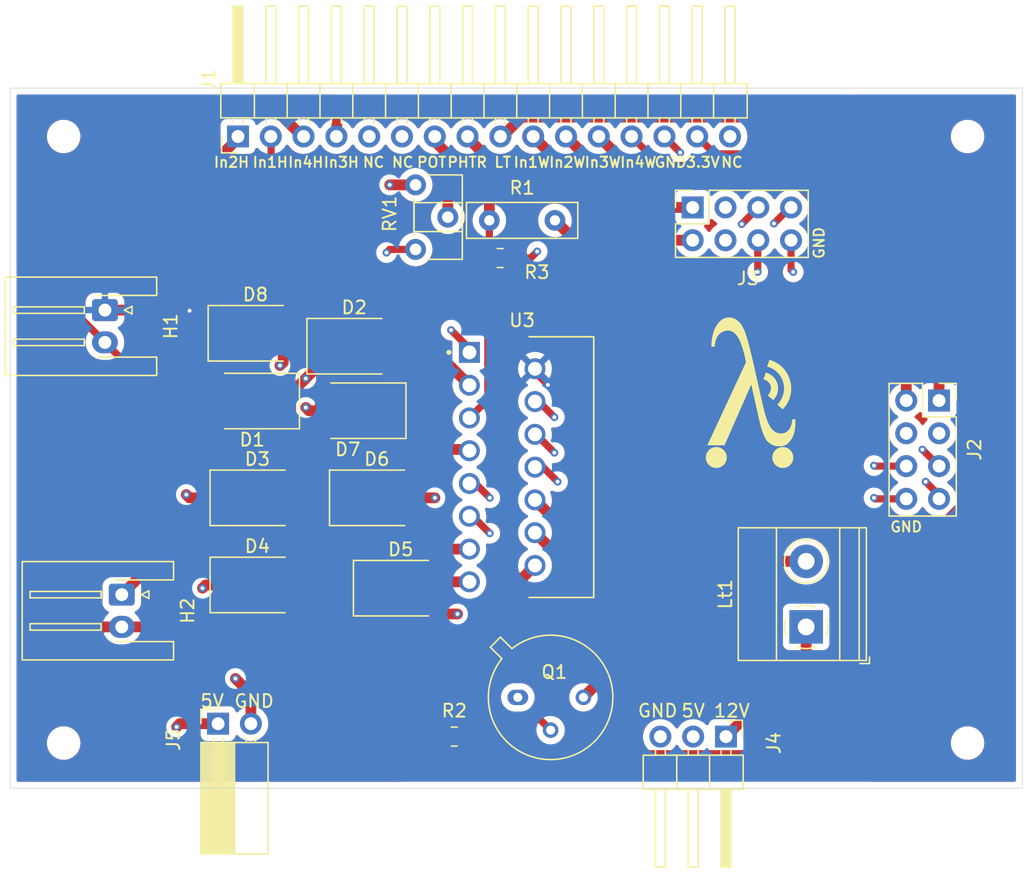
<source format=kicad_pcb>
(kicad_pcb (version 20240108) (generator "pcbnew") (generator_version "8.0")
  (layers (0 "F.Cu" signal) (1 "In1.Cu" power) (2 "In2.Cu" power) (31 "B.Cu" power) (34 "B.Paste" user) (35 "F.Paste" user) (36 "B.SilkS" user "B.Silkscreen") (37 "F.SilkS" user "F.Silkscreen") (38 "B.Mask" user) (39 "F.Mask" user) (44 "Edge.Cuts" user))
  (net 0 "")
  (net 1 "GND")
  (net 2 "+5V")
  (net 3 "+12V")
  (net 4 "OUT1U3")
  (net 5 "OUT2U3")
  (net 6 "OUT3U3")
  (net 7 "OUT4U3")
  (net 8 "IN3U2")
  (net 9 "IN4U3")
  (net 10 "PHOTO")
  (net 11 "IN3U3")
  (net 12 "LIGHT")
  (net 13 "IN4U2")
  (net 14 "IN1U3")
  (net 15 "IN2U3")
  (net 16 "IN2U2")
  (net 17 "IN1U2")
  (net 18 "POW")
  (net 19 "NPN")
  (net 20 "Net-(Q1-B)")
  (net 25 "+3.3V")
  (footprint "Connector_PinSocket_2.54mm:PinSocket_2x04_P2.54mm_Vertical" (layer "F.Cu") (at 167.79 80.46)
    (property "Reference" "J2" (at 2.75 3.8 90) (layer "F.SilkS"))
    (property "Value" "Conn_02x04_Counter_Clockwise" (hide yes))
    (pad "1" thru_hole rect (at 0 0) (size 1.7 1.7) (drill 1) (layers "*.Cu" "*.Mask") (net 13 "IN4U2"))
    (pad "2" thru_hole oval (at -2.54 0) (size 1.7 1.7) (drill 1) (layers "*.Cu" "*.Mask") (net 8 "IN3U2"))
    (pad "3" thru_hole oval (at 0 2.54) (size 1.7 1.7) (drill 1) (layers "*.Cu" "*.Mask"))
    (pad "4" thru_hole oval (at -2.54 2.54) (size 1.7 1.7) (drill 1) (layers "*.Cu" "*.Mask"))
    (pad "5" thru_hole oval (at 0 5.08) (size 1.7 1.7) (drill 1) (layers "*.Cu" "*.Mask") (net 2 "+5V"))
    (pad "6" thru_hole oval (at -2.54 5.08) (size 1.7 1.7) (drill 1) (layers "*.Cu" "*.Mask") (net 2 "+5V"))
    (pad "7" thru_hole oval (at 0 7.62) (size 1.7 1.7) (drill 1) (layers "*.Cu" "*.Mask") (net 2 "+5V"))
    (pad "8" thru_hole oval (at -2.54 7.62) (size 1.7 1.7) (drill 1) (layers "*.Cu" "*.Mask") (net 1 "GND"))
  )
  (footprint "Potentiometer_THT:Potentiometer_ACP_CA6-H2,5_Horizontal" (layer "F.Cu") (at 127.25 63.75)
    (property "Reference" "RV1" (at -2 2.25 90) (layer "F.SilkS"))
    (property "Value" "R_Potentiometer" (hide yes))
    (pad "1" thru_hole circle (at 0 0) (size 1.62 1.62) (drill 0.9) (layers "*.Cu" "*.Mask") (net 2 "+5V"))
    (pad "2" thru_hole circle (at 2.5 2.5) (size 1.62 1.62) (drill 0.9) (layers "*.Cu" "*.Mask") (net 18 "POW"))
    (pad "3" thru_hole circle (at 0 5) (size 1.62 1.62) (drill 0.9) (layers "*.Cu" "*.Mask") (net 1 "GND"))
  )
  (footprint "MountingHole:MountingHole_2.1mm" (layer "F.Cu") (at 170 60)
    (property "Reference" "REF**" (hide yes))
    (property "Value" "MountingHole_2.1mm" (hide yes))
    (pad "" np_thru_hole circle (at 0 0) (size 2.1 2.1) (drill 2.1) (layers "*.Cu" "*.Mask"))
  )
  (footprint "Connector_PinHeader_2.54mm:PinHeader_1x16_P2.54mm_Horizontal" (layer "F.Cu") (at 113.5 60 90)
    (property "Reference" "J1" (at 4.385 -2.27 90) (layer "F.SilkS"))
    (property "Value" "Conn_01x16_Pin" (hide yes))
    (pad "1" thru_hole rect (at 0 0 90) (size 1.7 1.7) (drill 1) (layers "*.Cu" "*.Mask") (net 15 "IN2U3"))
    (pad "2" thru_hole oval (at 0 2.54 90) (size 1.7 1.7) (drill 1) (layers "*.Cu" "*.Mask") (net 14 "IN1U3"))
    (pad "3" thru_hole oval (at 0 5.08 90) (size 1.7 1.7) (drill 1) (layers "*.Cu" "*.Mask") (net 9 "IN4U3"))
    (pad "4" thru_hole oval (at 0 7.62 90) (size 1.7 1.7) (drill 1) (layers "*.Cu" "*.Mask") (net 11 "IN3U3"))
    (pad "5" thru_hole oval (at 0 10.16 90) (size 1.7 1.7) (drill 1) (layers "*.Cu" "*.Mask"))
    (pad "6" thru_hole oval (at 0 12.7 90) (size 1.7 1.7) (drill 1) (layers "*.Cu" "*.Mask"))
    (pad "7" thru_hole oval (at 0 15.24 90) (size 1.7 1.7) (drill 1) (layers "*.Cu" "*.Mask") (net 18 "POW"))
    (pad "8" thru_hole oval (at 0 17.78 90) (size 1.7 1.7) (drill 1) (layers "*.Cu" "*.Mask") (net 10 "PHOTO"))
    (pad "9" thru_hole oval (at 0 20.32 90) (size 1.7 1.7) (drill 1) (layers "*.Cu" "*.Mask") (net 12 "LIGHT"))
    (pad "10" thru_hole oval (at 0 22.86 90) (size 1.7 1.7) (drill 1) (layers "*.Cu" "*.Mask") (net 17 "IN1U2"))
    (pad "11" thru_hole oval (at 0 25.4 90) (size 1.7 1.7) (drill 1) (layers "*.Cu" "*.Mask") (net 16 "IN2U2"))
    (pad "12" thru_hole oval (at 0 27.94 90) (size 1.7 1.7) (drill 1) (layers "*.Cu" "*.Mask") (net 8 "IN3U2"))
    (pad "13" thru_hole oval (at 0 30.48 90) (size 1.7 1.7) (drill 1) (layers "*.Cu" "*.Mask") (net 13 "IN4U2"))
    (pad "14" thru_hole oval (at 0 33.02 90) (size 1.7 1.7) (drill 1) (layers "*.Cu" "*.Mask") (net 1 "GND"))
    (pad "15" thru_hole oval (at 0 35.56 90) (size 1.7 1.7) (drill 1) (layers "*.Cu" "*.Mask") (net 25 "+3.3V"))
    (pad "16" thru_hole oval (at 0 38.1 90) (size 1.7 1.7) (drill 1) (layers "*.Cu" "*.Mask"))
  )
  (footprint "Connector_PinHeader_2.54mm:PinHeader_1x03_P2.54mm_Horizontal" (layer "F.Cu") (at 151.29 106.5 -90)
    (property "Reference" "J4" (at 0.5 -3.71 90) (layer "F.SilkS"))
    (property "Value" "Conn_01x03_Socket" (hide yes))
    (pad "1" thru_hole rect (at 0 0 270) (size 1.7 1.7) (drill 1) (layers "*.Cu" "*.Mask") (net 3 "+12V"))
    (pad "2" thru_hole oval (at 0 2.54 270) (size 1.7 1.7) (drill 1) (layers "*.Cu" "*.Mask") (net 2 "+5V"))
    (pad "3" thru_hole oval (at 0 5.08 270) (size 1.7 1.7) (drill 1) (layers "*.Cu" "*.Mask") (net 1 "GND"))
  )
  (footprint "Connector_PinSocket_2.54mm:PinSocket_1x02_P2.54mm_Horizontal" (layer "F.Cu") (at 111.96 105.5 90)
    (property "Reference" "J5" (at -1.25 -3.46 90) (layer "F.SilkS"))
    (property "Value" "Conn_01x02_Socket" (hide yes))
    (pad "1" thru_hole rect (at 0 0 90) (size 1.7 1.7) (drill 1) (layers "*.Cu" "*.Mask") (net 2 "+5V"))
    (pad "2" thru_hole oval (at 0 2.54 90) (size 1.7 1.7) (drill 1) (layers "*.Cu" "*.Mask") (net 1 "GND"))
  )
  (footprint "Resistor_SMD:R_0805_2012Metric" (layer "F.Cu") (at 133.8075 69.42)
    (property "Reference" "R3" (at 2.8425 1.1 0) (layer "F.SilkS"))
    (property "Value" "10k")
    (pad "1" smd roundrect (at -0.9125 0) (size 1.025 1.4) (layers "F.Cu" "F.Paste" "F.Mask") (roundrect_rratio 0.243902) (net 10 "PHOTO"))
    (pad "2" smd roundrect (at 0.9125 0) (size 1.025 1.4) (layers "F.Cu" "F.Paste" "F.Mask") (roundrect_rratio 0.243902) (net 1 "GND"))
  )
  (footprint "TerminalBlock_Phoenix:TerminalBlock_Phoenix_MKDS-1,5-2-5.08_1x02_P5.08mm_Horizontal" (layer "F.Cu") (at 157.5 98 90)
    (property "Reference" "Lt1" (at 2.54 -6.26 90) (layer "F.SilkS"))
    (property "Value" "Screw_Terminal_01x02" (hide yes))
    (pad "1" thru_hole rect (at 0 0 90) (size 2.6 2.6) (drill 1.3) (layers "*.Cu" "*.Mask") (net 3 "+12V"))
    (pad "2" thru_hole circle (at 5.08 0 90) (size 2.6 2.6) (drill 1.3) (layers "*.Cu" "*.Mask") (net 19 "NPN"))
  )
  (footprint "Package_TO_SOT_THT:TO-39-3" (layer "F.Cu") (at 135.17 103.46)
    (property "Reference" "Q1" (at 2.83 -1.96 0) (layer "F.SilkS"))
    (property "Value" "2N2219" (hide yes))
    (pad "1" thru_hole oval (at 0 0) (size 1.6 1.2) (drill 0.7) (layers "*.Cu" "*.Mask") (net 1 "GND"))
    (pad "2" thru_hole oval (at 2.54 2.54) (size 1.2 1.2) (drill 0.7) (layers "*.Cu" "*.Mask") (net 20 "Net-(Q1-B)"))
    (pad "3" thru_hole oval (at 5.08 0) (size 1.2 1.2) (drill 0.7) (layers "*.Cu" "*.Mask") (net 19 "NPN"))
  )
  (footprint "Resistor_THT:R_Box_L8.4mm_W2.5mm_P5.08mm" (layer "F.Cu") (at 132.965 66.5)
    (property "Reference" "R1" (at 2.54 -2.52 0) (layer "F.SilkS"))
    (property "Value" "R_Photo" (hide yes))
    (pad "1" thru_hole circle (at 0 0) (size 1.6 1.6) (drill 0.8) (layers "*.Cu" "*.Mask") (net 10 "PHOTO"))
    (pad "2" thru_hole circle (at 5.08 0) (size 1.6 1.6) (drill 0.8) (layers "*.Cu" "*.Mask") (net 25 "+3.3V"))
  )
  (footprint "Diode_SMD:D_SMB" (layer "F.Cu") (at 122.85 81.25 180)
    (property "Reference" "D7" (at 0.85 -3 0) (layer "F.SilkS"))
    (property "Value" "STTH212U" (hide yes))
    (pad "1" smd roundrect (at -2.15 0 180) (size 2.5 2.3) (layers "F.Cu" "F.Paste" "F.Mask") (roundrect_rratio 0.1086956522) (net 5 "OUT2U3"))
    (pad "2" smd roundrect (at 2.15 0 180) (size 2.5 2.3) (layers "F.Cu" "F.Paste" "F.Mask") (roundrect_rratio 0.1086956522) (net 1 "GND"))
  )
  (footprint "Lambda:lambda" (layer "F.Cu") (at 153.25 79)
    (property "Reference" "G***" (hide yes))
    (property "Value" "LOGO" (hide yes))
  )
  (footprint "Diode_SMD:D_SMB" (layer "F.Cu") (at 114.85 75.25)
    (property "Reference" "D8" (at 0 -3 0) (layer "F.SilkS"))
    (property "Value" "STTH212U" (hide yes))
    (pad "1" smd roundrect (at -2.15 0) (size 2.5 2.3) (layers "F.Cu" "F.Paste" "F.Mask") (roundrect_rratio 0.1086956522) (net 4 "OUT1U3"))
    (pad "2" smd roundrect (at 2.15 0) (size 2.5 2.3) (layers "F.Cu" "F.Paste" "F.Mask") (roundrect_rratio 0.1086956522) (net 1 "GND"))
  )
  (footprint "Connector_JST:JST_XH_S2B-XH-A-1_1x02_P2.50mm_Horizontal" (layer "F.Cu") (at 104.5 95.5 -90)
    (property "Reference" "H2" (at 1.25 -5.1 -90) (layer "F.SilkS"))
    (property "Value" "Screw_Terminal_01x02" (hide yes))
    (pad "1" thru_hole roundrect (at 0 0 270) (size 1.7 2) (drill 1) (layers "*.Cu" "*.Mask") (roundrect_rratio 0.147059) (net 6 "OUT3U3"))
    (pad "2" thru_hole oval (at 2.5 0 270) (size 1.7 2) (drill 1) (layers "*.Cu" "*.Mask") (net 7 "OUT4U3"))
  )
  (footprint "Connector_PinSocket_2.54mm:PinSocket_2x04_P2.54mm_Vertical" (layer "F.Cu") (at 148.71 65.5 90)
    (property "Reference" "J3" (at -5.5 4.29 0) (layer "F.SilkS"))
    (property "Value" "Conn_02x04_Counter_Clockwise" (hide yes))
    (pad "1" thru_hole rect (at 0 0 90) (size 1.7 1.7) (drill 1) (layers "*.Cu" "*.Mask") (net 16 "IN2U2"))
    (pad "2" thru_hole oval (at -2.54 0 90) (size 1.7 1.7) (drill 1) (layers "*.Cu" "*.Mask") (net 17 "IN1U2"))
    (pad "3" thru_hole oval (at 0 2.54 90) (size 1.7 1.7) (drill 1) (layers "*.Cu" "*.Mask"))
    (pad "4" thru_hole oval (at -2.54 2.54 90) (size 1.7 1.7) (drill 1) (layers "*.Cu" "*.Mask"))
    (pad "5" thru_hole oval (at 0 5.08 90) (size 1.7 1.7) (drill 1) (layers "*.Cu" "*.Mask") (net 2 "+5V"))
    (pad "6" thru_hole oval (at -2.54 5.08 90) (size 1.7 1.7) (drill 1) (layers "*.Cu" "*.Mask") (net 2 "+5V"))
    (pad "7" thru_hole oval (at 0 7.62 90) (size 1.7 1.7) (drill 1) (layers "*.Cu" "*.Mask") (net 2 "+5V"))
    (pad "8" thru_hole oval (at -2.54 7.62 90) (size 1.7 1.7) (drill 1) (layers "*.Cu" "*.Mask") (net 1 "GND"))
  )
  (footprint "Diode_SMD:D_SMB" (layer "F.Cu") (at 115 94.75)
    (property "Reference" "D4" (at 0 -3 0) (layer "F.SilkS"))
    (property "Value" "STTH212U" (hide yes))
    (pad "1" smd roundrect (at -2.15 0) (size 2.5 2.3) (layers "F.Cu" "F.Paste" "F.Mask") (roundrect_rratio 0.1086956522) (net 2 "+5V"))
    (pad "2" smd roundrect (at 2.15 0) (size 2.5 2.3) (layers "F.Cu" "F.Paste" "F.Mask") (roundrect_rratio 0.1086956522) (net 7 "OUT4U3"))
  )
  (footprint "Resistor_SMD:R_0805_2012Metric" (layer "F.Cu") (at 130.25 106.5)
    (property "Reference" "R2" (at 0 -2 0) (layer "F.SilkS"))
    (property "Value" "1k")
    (pad "1" smd roundrect (at -0.9125 0) (size 1.025 1.4) (layers "F.Cu" "F.Paste" "F.Mask") (roundrect_rratio 0.243902) (net 20 "Net-(Q1-B)"))
    (pad "2" smd roundrect (at 0.9125 0) (size 1.025 1.4) (layers "F.Cu" "F.Paste" "F.Mask") (roundrect_rratio 0.243902) (net 12 "LIGHT"))
  )
  (footprint "Diode_SMD:D_SMB" (layer "F.Cu") (at 124.25 88)
    (property "Reference" "D6" (at 0 -3 0) (layer "F.SilkS"))
    (property "Value" "STTH212U" (hide yes))
    (pad "1" smd roundrect (at -2.15 0) (size 2.5 2.3) (layers "F.Cu" "F.Paste" "F.Mask") (roundrect_rratio 0.1086956522) (net 6 "OUT3U3"))
    (pad "2" smd roundrect (at 2.15 0) (size 2.5 2.3) (layers "F.Cu" "F.Paste" "F.Mask") (roundrect_rratio 0.1086956522) (net 1 "GND"))
  )
  (footprint "MountingHole:MountingHole_2.1mm" (layer "F.Cu") (at 100 107)
    (property "Reference" "REF**" (hide yes))
    (property "Value" "MountingHole_2.1mm" (hide yes))
    (pad "" np_thru_hole circle (at 0 0) (size 2.1 2.1) (drill 2.1) (layers "*.Cu" "*.Mask"))
  )
  (footprint "MountingHole:MountingHole_2.1mm" (layer "F.Cu") (at 100 60)
    (property "Reference" "REF**" (hide yes))
    (property "Value" "MountingHole_2.1mm" (hide yes))
    (pad "" np_thru_hole circle (at 0 0) (size 2.1 2.1) (drill 2.1) (layers "*.Cu" "*.Mask"))
  )
  (footprint "Diode_SMD:D_SMB" (layer "F.Cu") (at 126.1 95)
    (property "Reference" "D5" (at 0 -3 0) (layer "F.SilkS"))
    (property "Value" "STTH212U" (hide yes))
    (pad "1" smd roundrect (at -2.15 0) (size 2.5 2.3) (layers "F.Cu" "F.Paste" "F.Mask") (roundrect_rratio 0.1086956522) (net 7 "OUT4U3"))
    (pad "2" smd roundrect (at 2.15 0) (size 2.5 2.3) (layers "F.Cu" "F.Paste" "F.Mask") (roundrect_rratio 0.1086956522) (net 1 "GND"))
  )
  (footprint "Diode_SMD:D_SMB" (layer "F.Cu") (at 114.6 80.5 180)
    (property "Reference" "D1" (at 0 -3 0) (layer "F.SilkS"))
    (property "Value" "STTH212U" (hide yes))
    (pad "1" smd roundrect (at -2.15 0 180) (size 2.5 2.3) (layers "F.Cu" "F.Paste" "F.Mask") (roundrect_rratio 0.1086956522) (net 2 "+5V"))
    (pad "2" smd roundrect (at 2.15 0 180) (size 2.5 2.3) (layers "F.Cu" "F.Paste" "F.Mask") (roundrect_rratio 0.1086956522) (net 4 "OUT1U3"))
  )
  (footprint "MountingHole:MountingHole_2.1mm" (layer "F.Cu") (at 170 107)
    (property "Reference" "REF**" (hide yes))
    (property "Value" "MountingHole_2.1mm" (hide yes))
    (pad "" np_thru_hole circle (at 0 0) (size 2.1 2.1) (drill 2.1) (layers "*.Cu" "*.Mask"))
  )
  (footprint "Diode_SMD:D_SMB" (layer "F.Cu") (at 115 88)
    (property "Reference" "D3" (at 0 -3 0) (layer "F.SilkS"))
    (property "Value" "STTH212U" (hide yes))
    (pad "1" smd roundrect (at -2.15 0) (size 2.5 2.3) (layers "F.Cu" "F.Paste" "F.Mask") (roundrect_rratio 0.1086956522) (net 2 "+5V"))
    (pad "2" smd roundrect (at 2.15 0) (size 2.5 2.3) (layers "F.Cu" "F.Paste" "F.Mask") (roundrect_rratio 0.1086956522) (net 6 "OUT3U3"))
  )
  (footprint "Diode_SMD:D_SMB" (layer "F.Cu") (at 122.5 76.25)
    (property "Reference" "D2" (at 0 -3 0) (layer "F.SilkS"))
    (property "Value" "STTH212U" (hide yes))
    (pad "1" smd roundrect (at -2.15 0) (size 2.5 2.3) (layers "F.Cu" "F.Paste" "F.Mask") (roundrect_rratio 0.1086956522) (net 2 "+5V"))
    (pad "2" smd roundrect (at 2.15 0) (size 2.5 2.3) (layers "F.Cu" "F.Paste" "F.Mask") (roundrect_rratio 0.1086956522) (net 5 "OUT2U3"))
  )
  (footprint "L298N:TO127P2020X500X2100-15" (layer "F.Cu") (at 131.42 76.73)
    (property "Reference" "U3" (at 4.08 -2.48 0) (layer "F.SilkS"))
    (property "Value" "L298N" (hide yes))
    (pad "1" thru_hole rect (at 0 0) (size 1.62 1.62) (drill 1.08) (layers "*.Cu" "*.Mask") (net 1 "GND"))
    (pad "2" thru_hole circle (at 5.08 1.27) (size 1.62 1.62) (drill 1.08) (layers "*.Cu" "*.Mask") (net 4 "OUT1U3"))
    (pad "3" thru_hole circle (at 0 2.54) (size 1.62 1.62) (drill 1.08) (layers "*.Cu" "*.Mask") (net 5 "OUT2U3"))
    (pad "4" thru_hole circle (at 5.08 3.81) (size 1.62 1.62) (drill 1.08) (layers "*.Cu" "*.Mask") (net 2 "+5V"))
    (pad "5" thru_hole circle (at 0 5.08) (size 1.62 1.62) (drill 1.08) (layers "*.Cu" "*.Mask") (net 14 "IN1U3"))
    (pad "6" thru_hole circle (at 5.08 6.35) (size 1.62 1.62) (drill 1.08) (layers "*.Cu" "*.Mask") (net 2 "+5V"))
    (pad "7" thru_hole circle (at 0 7.62) (size 1.62 1.62) (drill 1.08) (layers "*.Cu" "*.Mask") (net 15 "IN2U3"))
    (pad "8" thru_hole circle (at 5.08 8.89) (size 1.62 1.62) (drill 1.08) (layers "*.Cu" "*.Mask") (net 1 "GND"))
    (pad "9" thru_hole circle (at 0 10.16) (size 1.62 1.62) (drill 1.08) (layers "*.Cu" "*.Mask") (net 2 "+5V"))
    (pad "10" thru_hole circle (at 5.08 11.43) (size 1.62 1.62) (drill 1.08) (layers "*.Cu" "*.Mask") (net 11 "IN3U3"))
    (pad "11" thru_hole circle (at 0 12.7) (size 1.62 1.62) (drill 1.08) (layers "*.Cu" "*.Mask") (net 2 "+5V"))
    (pad "12" thru_hole circle (at 5.08 13.97) (size 1.62 1.62) (drill 1.08) (layers "*.Cu" "*.Mask") (net 9 "IN4U3"))
    (pad "13" thru_hole circle (at 0 15.24) (size 1.62 1.62) (drill 1.08) (layers "*.Cu" "*.Mask") (net 6 "OUT3U3"))
    (pad "14" thru_hole circle (at 5.08 16.51) (size 1.62 1.62) (drill 1.08) (layers "*.Cu" "*.Mask") (net 7 "OUT4U3"))
    (pad "15" thru_hole circle (at 0 17.78) (size 1.62 1.62) (drill 1.08) (layers "*.Cu" "*.Mask") (net 1 "GND"))
  )
  (footprint "Connector_JST:JST_XH_S2B-XH-A-1_1x02_P2.50mm_Horizontal" (layer "F.Cu") (at 103.195 73.455 -90)
    (property "Reference" "H1" (at 1.25 -5.1 -90) (layer "F.SilkS"))
    (property "Value" "Screw_Terminal_01x02" (hide yes))
    (pad "1" thru_hole roundrect (at 0 0 270) (size 1.7 2) (drill 1) (layers "*.Cu" "*.Mask") (roundrect_rratio 0.147059) (net 4 "OUT1U3"))
    (pad "2" thru_hole oval (at 2.5 0 270) (size 1.7 2) (drill 1) (layers "*.Cu" "*.Mask") (net 5 "OUT2U3"))
  )
  (gr_rect (start 95.85 56.25) (end 174.25 110.5) (stroke (width 0.05)) (fill none) (layer "Edge.Cuts"))
  (gr_text "In1H\n" (at 116 62 0) (layer "F.SilkS") (effects (font (size 0.8 0.8))))
  (gr_text "GND" (at 146 104.5 0) (layer "F.SilkS") (effects (font (size 1 1))))
  (gr_text "GND" (at 158.5 68.25 90) (layer "F.SilkS") (effects (font (size 0.8 0.8))))
  (gr_text "LT" (at 134 62 0) (layer "F.SilkS") (effects (font (size 0.8 0.8))))
  (gr_text "NC" (at 124 62 0) (layer "F.SilkS") (effects (font (size 0.8 0.8))))
  (gr_text "In4W" (at 144.5 62 0) (layer "F.SilkS") (effects (font (size 0.8 0.8))))
  (gr_text "12V" (at 151.75 104.5 0) (layer "F.SilkS") (effects (font (size 1 1))))
  (gr_text "5V" (at 148.75 104.5 0) (layer "F.SilkS") (effects (font (size 1 1))))
  (gr_text "In3W" (at 141.75 62 0) (layer "F.SilkS") (effects (font (size 0.8 0.8))))
  (gr_text "PHTR" (at 131.25 62 0) (layer "F.SilkS") (effects (font (size 0.8 0.8))))
  (gr_text "GND" (at 147 62 0) (layer "F.SilkS") (effects (font (size 0.8 0.8))))
  (gr_text "In2W" (at 139 62 0) (layer "F.SilkS") (effects (font (size 0.8 0.8))))
  (gr_text "GND" (at 114.75 103.75 0) (layer "F.SilkS") (effects (font (size 1 1))))
  (gr_text "In1W" (at 136.25 62 0) (layer "F.SilkS") (effects (font (size 0.8 0.8))))
  (gr_text "POT" (at 128.5 62 0) (layer "F.SilkS") (effects (font (size 0.8 0.8))))
  (gr_text "In3H\n" (at 121.5 62 0) (layer "F.SilkS") (effects (font (size 0.8 0.8))))
  (gr_text "5V" (at 111.5 103.75 0) (layer "F.SilkS") (effects (font (size 1 1))))
  (gr_text "In4H\n" (at 118.75 62 0) (layer "F.SilkS") (effects (font (size 0.8 0.8))))
  (gr_text "NC" (at 126.25 62 0) (layer "F.SilkS") (effects (font (size 0.8 0.8))))
  (gr_text "NC" (at 151.75 62 0) (layer "F.SilkS") (effects (font (size 0.8 0.8))))
  (gr_text "3.3V" (at 149.5 62 0) (layer "F.SilkS") (effects (font (size 0.8 0.8))))
  (gr_text "GND" (at 165.25 90.25 0) (layer "F.SilkS") (effects (font (size 0.8 0.8))))
  (gr_text "In2H\n" (at 113 62 0) (layer "F.SilkS") (effects (font (size 0.8 0.8))))
  (segment (start 126.4 88) (end 128.75 88) (width 0.8382) (layer "F.Cu") (net 1))
  (segment (start 128.25 96.25) (end 128.25 95) (width 0.8382) (layer "F.Cu") (net 1))
  (segment (start 131.42 76.73) (end 131.42 76.42) (width 0.5588) (layer "F.Cu") (net 1))
  (segment (start 114.5 103.2) (end 113.3 102) (width 0.8382) (layer "F.Cu") (net 1))
  (segment (start 146.52 60.02) (end 147.75 61.25) (width 0.5588) (layer "F.Cu") (net 1))
  (segment (start 137.12 85.62) (end 138.25 86.75) (width 0.5588) (layer "F.Cu") (net 1))
  (segment (start 131.42 94.51) (end 128.74 94.51) (width 0.8382) (layer "F.Cu") (net 1))
  (segment (start 128.74 94.51) (end 128.25 95) (width 0.8382) (layer "F.Cu") (net 1))
  (segment (start 146.52 60) (end 146.52 60.02) (width 0.5588) (layer "F.Cu") (net 1))
  (segment (start 131.42 76.42) (end 130 75) (width 0.5588) (layer "F.Cu") (net 1))
  (segment (start 134.72 69.42) (end 136.16 69.42) (width 0.5588) (layer "F.Cu") (net 1))
  (segment (start 156.33 70.33) (end 156.5 70.5) (width 0.5588) (layer "F.Cu") (net 1))
  (segment (start 125.25 68.75) (end 125 69) (width 0.5588) (layer "F.Cu") (net 1))
  (segment (start 130.5 97) (end 129 97) (width 0.8382) (layer "F.Cu") (net 1))
  (segment (start 117 77.5) (end 116.75 77.75) (width 0.8382) (layer "F.Cu") (net 1))
  (segment (start 165.25 88.08) (end 162.83 88.08) (width 0.5588) (layer "F.Cu") (net 1))
  (segment (start 162.83 88.08) (end 162.75 88) (width 0.5588) (layer "F.Cu") (net 1))
  (segment (start 156.33 68.04) (end 156.33 70.33) (width 0.5588) (layer "F.Cu") (net 1))
  (segment (start 119 81.25) (end 118.75 81) (width 0.8382) (layer "F.Cu") (net 1))
  (segment (start 129 97) (end 128.25 96.25) (width 0.8382) (layer "F.Cu") (net 1))
  (segment (start 117 75.25) (end 117 77.5) (width 0.8382) (layer "F.Cu") (net 1))
  (segment (start 136.5 85.62) (end 137.12 85.62) (width 0.5588) (layer "F.Cu") (net 1))
  (segment (start 120.7 81.25) (end 119 81.25) (width 0.8382) (layer "F.Cu") (net 1))
  (segment (start 136.16 69.42) (end 136.67 68.91) (width 0.5588) (layer "F.Cu") (net 1))
  (segment (start 114.5 105.5) (end 114.5 103.2) (width 0.8382) (layer "F.Cu") (net 1))
  (segment (start 127.25 68.75) (end 125.25 68.75) (width 0.5588) (layer "F.Cu") (net 1))
  (via (at 147.75 61.25) (size 0.6) (drill 0.3) (layers "F.Cu" "B.Cu") (net 1))
  (via (at 130 75) (size 0.6) (drill 0.3) (layers "F.Cu" "B.Cu") (net 1))
  (via (at 113.3 102) (size 0.6) (drill 0.3) (layers "F.Cu" "B.Cu") (net 1))
  (via (at 118.75 81) (size 0.6) (drill 0.3) (layers "F.Cu" "B.Cu") (net 1))
  (via (at 156.5 70.5) (size 0.6) (drill 0.3) (layers "F.Cu" "B.Cu") (net 1))
  (via (at 116.75 77.75) (size 0.6) (drill 0.3) (layers "F.Cu" "B.Cu") (net 1))
  (via (at 138.25 86.75) (size 0.6) (drill 0.3) (layers "F.Cu" "B.Cu") (net 1))
  (via (at 136.67 68.91) (size 0.6) (drill 0.3) (layers "F.Cu" "B.Cu") (net 1))
  (via (at 162.75 88) (size 0.6) (drill 0.3) (layers "F.Cu" "B.Cu") (net 1))
  (via (at 128.75 88) (size 0.6) (drill 0.3) (layers "F.Cu" "B.Cu") (net 1))
  (via (at 130.5 97) (size 0.6) (drill 0.3) (layers "F.Cu" "B.Cu") (net 1))
  (via (at 125 69) (size 0.6) (drill 0.3) (layers "F.Cu" "B.Cu") (net 1))
  (segment (start 165.25 85.54) (end 162.79 85.54) (width 0.5588) (layer "F.Cu") (net 2))
  (segment (start 167.78 85.54) (end 166.5 84.26) (width 0.5588) (layer "F.Cu") (net 2))
  (segment (start 111.96 105.5) (end 109 105.5) (width 0.8382) (layer "F.Cu") (net 2))
  (segment (start 167.79 85.54) (end 167.78 85.54) (width 0.5588) (layer "F.Cu") (net 2))
  (segment (start 112.85 94.75) (end 111 94.75) (width 0.8382) (layer "F.Cu") (net 2))
  (segment (start 153.75 70.5) (end 153.75 68.08) (width 0.5588) (layer "F.Cu") (net 2))
  (segment (start 117 80.5) (end 118.75 78.75) (width 0.8382) (layer "F.Cu") (net 2))
  (segment (start 136.5 83.08) (end 136.58 83.08) (width 0.5588) (layer "F.Cu") (net 2))
  (segment (start 131.42 89.43) (end 131.68 89.43) (width 0.5588) (layer "F.Cu") (net 2))
  (segment (start 136.5 80.54) (end 136.79 80.54) (width 0.5588) (layer "F.Cu") (net 2))
  (segment (start 120.35 76.25) (end 120.35 77.15) (width 0.8382) (layer "F.Cu") (net 2))
  (segment (start 136.58 83.08) (end 138 84.5) (width 0.5588) (layer "F.Cu") (net 2))
  (segment (start 162.79 85.54) (end 162.75 85.5) (width 0.5588) (layer "F.Cu") (net 2))
  (segment (start 109 105.5) (end 108.75 105.75) (width 0.8382) (layer "F.Cu") (net 2))
  (segment (start 131.68 89.43) (end 133 90.75) (width 0.5588) (layer "F.Cu") (net 2))
  (segment (start 127.25 63.75) (end 125.25 63.75) (width 0.8382) (layer "F.Cu") (net 2))
  (segment (start 116.75 80.5) (end 117 80.5) (width 0.8382) (layer "F.Cu") (net 2))
  (segment (start 131.42 86.89) (end 131.89 86.89) (width 0.5588) (layer "F.Cu") (net 2))
  (segment (start 120.35 77.15) (end 118.75 78.75) (width 0.8382) (layer "F.Cu") (net 2))
  (segment (start 153.75 68.08) (end 153.79 68.04) (width 0.5588) (layer "F.Cu") (net 2))
  (segment (start 167.79 88.08) (end 167.79 87.79) (width 0.5588) (layer "F.Cu") (net 2))
  (segment (start 153.79 65.51) (end 152.51 66.79) (width 0.5588) (layer "F.Cu") (net 2))
  (segment (start 167.79 87.79) (end 166.75 86.75) (width 0.5588) (layer "F.Cu") (net 2))
  (segment (start 112.85 88) (end 109.75 88) (width 0.8382) (layer "F.Cu") (net 2))
  (segment (start 131.89 86.89) (end 133 88) (width 0.5588) (layer "F.Cu") (net 2))
  (segment (start 156.25 65.5) (end 155 66.75) (width 0.5588) (layer "F.Cu") (net 2))
  (segment (start 156.33 65.5) (end 156.25 65.5) (width 0.5588) (layer "F.Cu") (net 2))
  (segment (start 153.79 65.5) (end 153.79 65.51) (width 0.5588) (layer "F.Cu") (net 2))
  (segment (start 111 94.75) (end 110.75 95) (width 0.8382) (layer "F.Cu") (net 2))
  (segment (start 109.75 88) (end 109.5 87.75) (width 0.8382) (layer "F.Cu") (net 2))
  (segment (start 136.79 80.54) (end 138 81.75) (width 0.5588) (layer "F.Cu") (net 2))
  (via (at 138 81.75) (size 0.6) (drill 0.3) (layers "F.Cu" "B.Cu") (net 2))
  (via (at 118.75 78.75) (size 0.6) (drill 0.3) (layers "F.Cu" "B.Cu") (net 2))
  (via (at 125.25 63.75) (size 0.6) (drill 0.3) (layers "F.Cu" "B.Cu") (net 2))
  (via (at 152.51 66.79) (size 0.6) (drill 0.3) (layers "F.Cu" "B.Cu") (net 2))
  (via (at 133 90.75) (size 0.6) (drill 0.3) (layers "F.Cu" "B.Cu") (net 2))
  (via (at 166.5 84.26) (size 0.6) (drill 0.3) (layers "F.Cu" "B.Cu") (net 2))
  (via (at 162.75 85.5) (size 0.6) (drill 0.3) (layers "F.Cu" "B.Cu") (net 2))
  (via (at 166.75 86.75) (size 0.6) (drill 0.3) (layers "F.Cu" "B.Cu") (net 2))
  (via (at 110.75 95) (size 0.6) (drill 0.3) (layers "F.Cu" "B.Cu") (net 2))
  (via (at 108.75 105.75) (size 0.6) (drill 0.3) (layers "F.Cu" "B.Cu") (net 2))
  (via (at 133 88) (size 0.6) (drill 0.3) (layers "F.Cu" "B.Cu") (net 2))
  (via (at 155 66.75) (size 0.6) (drill 0.3) (layers "F.Cu" "B.Cu") (net 2))
  (via (at 138 84.5) (size 0.6) (drill 0.3) (layers "F.Cu" "B.Cu") (net 2))
  (via (at 153.75 70.5) (size 0.6) (drill 0.3) (layers "F.Cu" "B.Cu") (net 2))
  (via (at 109.5 87.75) (size 0.6) (drill 0.3) (layers "F.Cu" "B.Cu") (net 2))
  (segment (start 157.5 100.29) (end 151.29 106.5) (width 0.8382) (layer "F.Cu") (net 3))
  (segment (start 157.5 98) (end 157.5 100.29) (width 0.8382) (layer "F.Cu") (net 3))
  (segment (start 112.7 80.25) (end 112.45 80.5) (width 0.8382) (layer "F.Cu") (net 4))
  (segment (start 136.5 78.25) (end 137.5 79.25) (width 0.5588) (layer "F.Cu") (net 4))
  (segment (start 136.5 78) (end 136.5 78.25) (width 0.5588) (layer "F.Cu") (net 4))
  (segment (start 109.705 73.455) (end 109.75 73.5) (width 0.8382) (layer "F.Cu") (net 4))
  (segment (start 112.7 75.25) (end 112.7 80.25) (width 0.8382) (layer "F.Cu") (net 4))
  (segment (start 111.5 75.25) (end 109.75 73.5) (width 0.8382) (layer "F.Cu") (net 4))
  (segment (start 112.7 75.25) (end 111.5 75.25) (width 0.8382) (layer "F.Cu") (net 4))
  (segment (start 103.195 73.455) (end 109.705 73.455) (width 0.8382) (layer "F.Cu") (net 4))
  (via (at 137.5 79.25) (size 0.6) (drill 0.3) (layers "F.Cu" "B.Cu") (net 4))
  (via (at 109.75 73.5) (size 0.6) (drill 0.3) (layers "F.Cu" "B.Cu") (net 4))
  (segment (start 116.75 83) (end 108 83) (width 0.559) (layer "F.Cu") (net 5))
  (segment (start 115.5 70.5) (end 117.572992 72.572992) (width 0.8382) (layer "F.Cu") (net 5))
  (segment (start 100.5382 73.2982) (end 100.5382 71.9618) (width 0.559) (layer "F.Cu") (net 5))
  (segment (start 124.65 80.9) (end 125 81.25) (width 0.8382) (layer "F.Cu") (net 5))
  (segment (start 123.2309 83.0191) (end 123 83.25) (width 0.559) (layer "F.Cu") (net 5))
  (segment (start 117.572992 72.572992) (end 117.572992 72.75) (width 0.8382) (layer "F.Cu") (net 5))
  (segment (start 124.65 76.25) (end 124.65 80.9) (width 0.8382) (layer "F.Cu") (net 5))
  (segment (start 123 83.25) (end 117 83.25) (width 0.559) (layer "F.Cu") (net 5))
  (segment (start 102 70.5) (end 115.5 70.5) (width 0.8382) (layer "F.Cu") (net 5))
  (segment (start 124.9 72.75) (end 131.42 79.27) (width 0.8382) (layer "F.Cu") (net 5))
  (segment (start 125 81.25) (end 123.2309 83.0191) (width 0.8382) (layer "F.Cu") (net 5))
  (segment (start 100.5382 71.9618) (end 102 70.5) (width 0.8382) (layer "F.Cu") (net 5))
  (segment (start 105 77.76) (end 103.195 75.955) (width 0.559) (layer "F.Cu") (net 5))
  (segment (start 105 80) (end 105 77.76) (width 0.559) (layer "F.Cu") (net 5))
  (segment (start 108 83) (end 105 80) (width 0.559) (layer "F.Cu") (net 5))
  (segment (start 117.572992 72.75) (end 124.9 72.75) (width 0.8382) (layer "F.Cu") (net 5))
  (segment (start 117 83.25) (end 116.75 83) (width 0.559) (layer "F.Cu") (net 5))
  (segment (start 103.195 75.955) (end 100.5382 73.2982) (width 0.559) (layer "F.Cu") (net 5))
  (segment (start 117.15 88) (end 122.1 88) (width 0.8382) (layer "F.Cu") (net 6))
  (segment (start 122.1 88) (end 122.1 88.35) (width 0.8382) (layer "F.Cu") (net 6))
  (segment (start 104.5 95.5) (end 107.0191 92.9809) (width 0.8382) (layer "F.Cu") (net 6))
  (segment (start 112.1691 92.9809) (end 117.15 88) (width 0.8382) (layer "F.Cu") (net 6))
  (segment (start 122.1 88.35) (end 125.72 91.97) (width 0.8382) (layer "F.Cu") (net 6))
  (segment (start 107.0191 92.9809) (end 112.1691 92.9809) (width 0.8382) (layer "F.Cu") (net 6))
  (segment (start 125.72 91.97) (end 131.42 91.97) (width 0.8382) (layer "F.Cu") (net 6))
  (segment (start 113.5 98) (end 103 98) (width 0.8382) (layer "F.Cu") (net 7))
  (segment (start 117.15 94.75) (end 123.7 94.75) (width 0.8382) (layer "F.Cu") (net 7))
  (segment (start 104.5 100.58) (end 129.16 100.58) (width 0.8382) (layer "F.Cu") (net 7))
  (segment (start 117.15 94.75) (end 116.75 94.75) (width 0.8382) (layer "F.Cu") (net 7))
  (segment (start 116.75 94.75) (end 113.5 98) (width 0.8382) (layer "F.Cu") (net 7))
  (segment (start 102 99.75) (end 102.5 100.25) (width 0.8382) (layer "F.Cu") (net 7))
  (segment (start 129.16 100.58) (end 136.5 93.24) (width 0.8382) (layer "F.Cu") (net 7))
  (segment (start 102.5 100.25) (end 104.17 100.25) (width 0.8382) (layer "F.Cu") (net 7))
  (segment (start 104.17 100.25) (end 104.5 100.58) (width 0.8382) (layer "F.Cu") (net 7))
  (segment (start 103 98) (end 102 99) (width 0.8382) (layer "F.Cu") (net 7))
  (segment (start 123.7 94.75) (end 123.95 95) (width 0.8382) (layer "F.Cu") (net 7))
  (segment (start 102 99) (end 102 99.75) (width 0.8382) (layer "F.Cu") (net 7))
  (segment (start 141.44 60) (end 144.94 63.5) (width 0.8382) (layer "F.Cu") (net 8))
  (segment (start 156.75 63.5) (end 165.25 72) (width 0.8382) (layer "F.Cu") (net 8))
  (segment (start 144.94 63.5) (end 156.75 63.5) (width 0.8382) (layer "F.Cu") (net 8))
  (segment (start 165.25 72) (end 165.25 80.46) (width 0.8382) (layer "F.Cu") (net 8))
  (segment (start 99 80.75) (end 97.5 79.25) (width 0.8382) (layer "F.Cu") (net 9))
  (segment (start 109 108.75) (end 99 98.75) (width 0.8382) (layer "F.Cu") (net 9))
  (segment (start 136.5 90.7) (end 138.25 92.45) (width 0.8382) (layer "F.Cu") (net 9))
  (segment (start 109.75 58) (end 116.48 58) (width 0.8382) (layer "F.Cu") (net 9))
  (segment (start 97.5 70.25) (end 109.75 58) (width 0.8382) (layer "F.Cu") (net 9))
  (segment (start 138.25 92.45) (end 138.25 94.5) (width 0.8382) (layer "F.Cu") (net 9))
  (segment (start 138.25 94.5) (end 131 101.75) (width 0.8382) (layer "F.Cu") (net 9))
  (segment (start 99 98.75) (end 99 80.75) (width 0.8382) (layer "F.Cu") (net 9))
  (segment (start 97.5 79.25) (end 97.5 70.25) (width 0.8382) (layer "F.Cu") (net 9))
  (segment (start 116.48 58) (end 118.605 60.125) (width 0.8382) (layer "F.Cu") (net 9))
  (segment (start 115.5 108.75) (end 109 108.75) (width 0.8382) (layer "F.Cu") (net 9))
  (segment (start 122.5 101.75) (end 115.5 108.75) (width 0.8382) (layer "F.Cu") (net 9))
  (segment (start 131 101.75) (end 122.5 101.75) (width 0.8382) (layer "F.Cu") (net 9))
  (segment (start 132.965 69.35) (end 132.895 69.42) (width 0.5588) (layer "F.Cu") (net 10))
  (segment (start 132.965 66.5) (end 132.965 61.785) (width 0.8382) (layer "F.Cu") (net 10))
  (segment (start 132.965 66.5) (end 132.965 69.35) (width 0.5588) (layer "F.Cu") (net 10))
  (segment (start 132.965 61.785) (end 131.305 60.125) (width 0.8382) (layer "F.Cu") (net 10))
  (segment (start 127.0382 104.0382) (end 131.7118 104.0382) (width 0.8382) (layer "F.Cu") (net 11))
  (segment (start 172.75 69.75) (end 172.75 98.25) (width 0.8382) (layer "F.Cu") (net 11))
  (segment (start 125.75 105.3264) (end 127.0382 104.0382) (width 0.8382) (layer "F.Cu") (net 11))
  (segment (start 125.75 108) (end 125.75 105.3264) (width 0.8382) (layer "F.Cu") (net 11))
  (segment (start 161.75 109.25) (end 127 109.25) (width 0.8382) (layer "F.Cu") (net 11))
  (segment (start 121.145 58.355) (end 122.3309 57.1691) (width 0.8382) (layer "F.Cu") (net 11))
  (segment (start 127 109.25) (end 125.75 108) (width 0.8382) (layer "F.Cu") (net 11))
  (segment (start 140 91.66) (end 136.5 88.16) (width 0.8382) (layer "F.Cu") (net 11))
  (segment (start 122.3309 57.1691) (end 160.1691 57.1691) (width 0.8382) (layer "F.Cu") (net 11))
  (segment (start 172.75 98.25) (end 161.75 109.25) (width 0.8382) (layer "F.Cu") (net 11))
  (segment (start 121.145 60.125) (end 121.145 58.355) (width 0.8382) (layer "F.Cu") (net 11))
  (segment (start 160.1691 57.1691) (end 172.75 69.75) (width 0.8382) (layer "F.Cu") (net 11))
  (segment (start 140 95.75) (end 140 91.66) (width 0.8382) (layer "F.Cu") (net 11))
  (segment (start 131.7118 104.0382) (end 140 95.75) (width 0.8382) (layer "F.Cu") (net 11))
  (segment (start 153.9691 107.9691) (end 132.6934 107.9691) (width 0.8382) (layer "F.Cu") (net 12))
  (segment (start 132.6934 107.9691) (end 132.6625 108) (width 0.8382) (layer "F.Cu") (net 12))
  (segment (start 131.1625 106.5) (end 132.6625 108) (width 0.5588) (layer "F.Cu") (net 12))
  (segment (start 159.5 58.5) (end 171.25 70.25) (width 0.8382) (layer "F.Cu") (net 12))
  (segment (start 171.25 97.75) (end 161 108) (width 0.8382) (layer "F.Cu") (net 12))
  (segment (start 161 108) (end 154 108) (width 0.8382) (layer "F.Cu") (net 12))
  (segment (start 171.25 70.25) (end 171.25 97.75) (width 0.8382) (layer "F.Cu") (net 12))
  (segment (start 154 108) (end 153.9691 107.9691) (width 0.8382) (layer "F.Cu") (net 12))
  (segment (start 135.47 58.5) (end 159.5 58.5) (width 0.8382) (layer "F.Cu") (net 12))
  (segment (start 133.845 60.125) (end 135.47 58.5) (width 0.8382) (layer "F.Cu") (net 12))
  (segment (start 143.98 60) (end 146.23 62.25) (width 0.5588) (layer "F.Cu") (net 13))
  (segment (start 157.5 62.25) (end 167.79 72.54) (width 0.8382) (layer "F.Cu") (net 13))
  (segment (start 167.79 72.54) (end 167.79 80.46) (width 0.8382) (layer "F.Cu") (net 13))
  (segment (start 146.23 62.25) (end 157.5 62.25) (width 0.5588) (layer "F.Cu") (net 13))
  (segment (start 119.5 71.5) (end 129.0482 71.5) (width 0.5588) (layer "F.Cu") (net 14))
  (segment (start 116.065 60.125) (end 116.065 68.065) (width 0.5588) (layer "F.Cu") (net 14))
  (segment (start 129.0482 71.5) (end 132.8491 75.3009) (width 0.5588) (layer "F.Cu") (net 14))
  (segment (start 116.065 68.065) (end 119.5 71.5) (width 0.5588) (layer "F.Cu") (net 14))
  (segment (start 132.8491 75.3009) (end 132.8491 80.3809) (width 0.5588) (layer "F.Cu") (net 14))
  (segment (start 132.8491 80.3809) (end 131.42 81.81) (width 0.5588) (layer "F.Cu") (net 14))
  (segment (start 131.32 84.25) (end 104.91 84.25) (width 0.8382) (layer "F.Cu") (net 15))
  (segment (start 104.91 84.25) (end 98.945 78.285) (width 0.8382) (layer "F.Cu") (net 15))
  (segment (start 109.051973 64.598027) (end 105.651973 64.598027) (width 0.8382) (layer "F.Cu") (net 15))
  (segment (start 131.42 84.35) (end 131.32 84.25) (width 0.8382) (layer "F.Cu") (net 15))
  (segment (start 105.651973 64.598027) (end 98.945 71.305) (width 0.8382) (layer "F.Cu") (net 15))
  (segment (start 98.945 78.285) (end 98.945 71.305) (width 0.8382) (layer "F.Cu") (net 15))
  (segment (start 113.525 60.125) (end 109.051973 64.598027) (width 0.8382) (layer "F.Cu") (net 15))
  (segment (start 144.4 65.5) (end 138.9 60) (width 0.8382) (layer "F.Cu") (net 16))
  (segment (start 148.71 65.5) (end 144.4 65.5) (width 0.8382) (layer "F.Cu") (net 16))
  (segment (start 136.36 60) (end 144.4 68.04) (width 0.8382) (layer "F.Cu") (net 17))
  (segment (start 144.4 68.04) (end 148.71 68.04) (width 0.8382) (layer "F.Cu") (net 17))
  (segment (start 129.75 61.385) (end 128.74 60.375) (width 0.8382) (layer "F.Cu") (net 18))
  (segment (start 129.75 66.25) (end 129.75 61.385) (width 0.8382) (layer "F.Cu") (net 18))
  (segment (start 157.5 92.92) (end 150.79 92.92) (width 0.8382) (layer "F.Cu") (net 19))
  (segment (start 150.79 92.92) (end 140.25 103.46) (width 0.8382) (layer "F.Cu") (net 19))
  (segment (start 137.71 106) (end 136.8806 105.1706) (width 0.5588) (layer "F.Cu") (net 20))
  (segment (start 136.8806 105.1706) (end 130.6669 105.1706) (width 0.5588) (layer "F.Cu") (net 20))
  (segment (start 130.6669 105.1706) (end 129.3375 106.5) (width 0.5588) (layer "F.Cu") (net 20))
  (segment (start 168 90) (end 161.545 90) (width 0.5588) (layer "F.Cu") (net 25))
  (segment (start 150.4115 61.3515) (end 160.3515 61.3515) (width 0.5588) (layer "F.Cu") (net 25))
  (segment (start 170 71) (end 170 88) (width 0.5588) (layer "F.Cu") (net 25))
  (segment (start 149.06 60) (end 150.4115 61.3515) (width 0.5588) (layer "F.Cu") (net 25))
  (segment (start 160.3515 61.3515) (end 170 71) (width 0.5588) (layer "F.Cu") (net 25))
  (segment (start 138.045 66.5) (end 161.545 90) (width 0.8382) (layer "F.Cu") (net 25))
  (segment (start 170 88) (end 168 90) (width 0.5588) (layer "F.Cu") (net 25))
  (zone (net 0) (net_name "") (layer "F.Cu") (connect_pads (clearance 0.5)) (min_thickness 0.25) (fill yes (thermal_gap 0.5) (thermal_bridge_width 0.5))
    (polygon (pts (xy 174.25 110.5) (xy 174.25 56.25) (xy 95.85 56.25) (xy 95.85 110.5)))
  )
  (zone (net 4) (net_name "OUT1U3") (layer "B.Cu") (priority 1) (connect_pads (clearance 0.5)) (min_thickness 0.25) (fill yes (thermal_gap 0.5) (thermal_bridge_width 0.5))
    (polygon (pts (xy 174.39 110.368336) (xy 174.39 56.118336) (xy 95.85 56.25) (xy 95.85 110.5)))
  )
)
</source>
